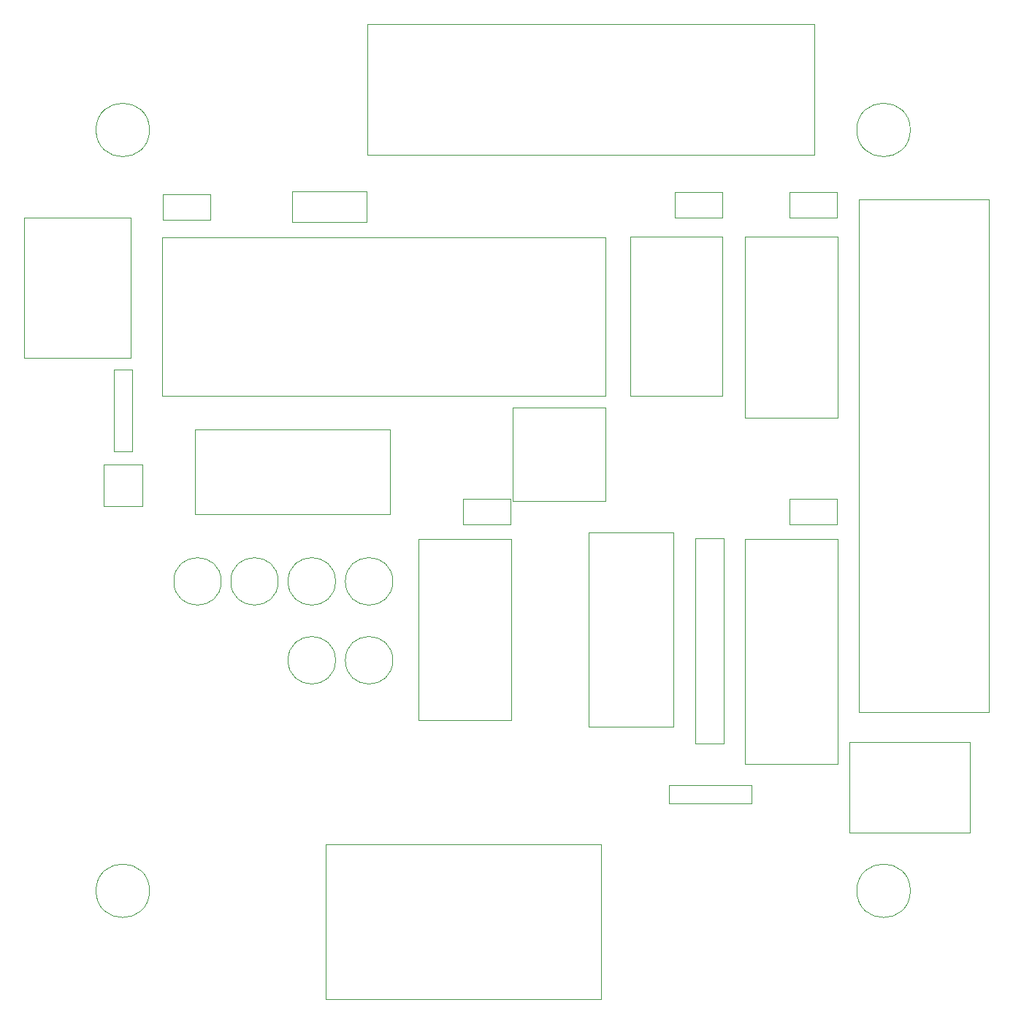
<source format=gbr>
%TF.GenerationSoftware,KiCad,Pcbnew,8.0.4*%
%TF.CreationDate,2024-09-09T16:13:34+02:00*%
%TF.ProjectId,serial_io_board,73657269-616c-45f6-996f-5f626f617264,1.8*%
%TF.SameCoordinates,Original*%
%TF.FileFunction,Other,User*%
%FSLAX46Y46*%
G04 Gerber Fmt 4.6, Leading zero omitted, Abs format (unit mm)*
G04 Created by KiCad (PCBNEW 8.0.4) date 2024-09-09 16:13:34*
%MOMM*%
%LPD*%
G01*
G04 APERTURE LIST*
%ADD10C,0.050000*%
G04 APERTURE END LIST*
D10*
%TO.C,U1*%
X87755000Y-41336000D02*
X87755000Y-59786000D01*
X87755000Y-59786000D02*
X98455000Y-59786000D01*
X98455000Y-41336000D02*
X87755000Y-41336000D01*
X98455000Y-59786000D02*
X98455000Y-41336000D01*
%TO.C,R4*%
X92268000Y-104868000D02*
X92268000Y-106968000D01*
X92268000Y-106968000D02*
X101788000Y-106968000D01*
X101788000Y-104868000D02*
X92268000Y-104868000D01*
X101788000Y-106968000D02*
X101788000Y-104868000D01*
%TO.C,H1*%
X32025000Y-28925000D02*
G75*
G02*
X25825000Y-28925000I-3100000J0D01*
G01*
X25825000Y-28925000D02*
G75*
G02*
X32025000Y-28925000I3100000J0D01*
G01*
%TO.C,CP5*%
X60226000Y-81260000D02*
G75*
G02*
X54726000Y-81260000I-2750000J0D01*
G01*
X54726000Y-81260000D02*
G75*
G02*
X60226000Y-81260000I2750000J0D01*
G01*
%TO.C,CP1*%
X40342000Y-81260000D02*
G75*
G02*
X34842000Y-81260000I-2750000J0D01*
G01*
X34842000Y-81260000D02*
G75*
G02*
X40342000Y-81260000I2750000J0D01*
G01*
%TO.C,X1*%
X74142000Y-61148000D02*
X74142000Y-71948000D01*
X74142000Y-71948000D02*
X84842000Y-71948000D01*
X84842000Y-61148000D02*
X74142000Y-61148000D01*
X84842000Y-71948000D02*
X84842000Y-61148000D01*
%TO.C,C5*%
X73890000Y-74652000D02*
X73890000Y-71652000D01*
X73890000Y-71652000D02*
X68390000Y-71652000D01*
X68390000Y-74652000D02*
X73890000Y-74652000D01*
X68390000Y-71652000D02*
X68390000Y-74652000D01*
%TO.C,RN1*%
X98575000Y-76278000D02*
X95275000Y-76278000D01*
X95275000Y-76278000D02*
X95275000Y-100028000D01*
X98575000Y-100028000D02*
X98575000Y-76278000D01*
X95275000Y-100028000D02*
X98575000Y-100028000D01*
%TO.C,J4*%
X57172000Y-36046000D02*
X48522000Y-36046000D01*
X48522000Y-36046000D02*
X48522000Y-39646000D01*
X57172000Y-39646000D02*
X57172000Y-36046000D01*
X48522000Y-39646000D02*
X57172000Y-39646000D01*
%TO.C,J7*%
X52465000Y-111766000D02*
X52465000Y-129716000D01*
X52465000Y-129716000D02*
X84365000Y-129716000D01*
X84365000Y-111766000D02*
X52465000Y-111766000D01*
X84365000Y-129716000D02*
X84365000Y-111766000D01*
%TO.C,R1*%
X30006000Y-56708000D02*
X27906000Y-56708000D01*
X27906000Y-56708000D02*
X27906000Y-66228000D01*
X30006000Y-66228000D02*
X30006000Y-56708000D01*
X27906000Y-66228000D02*
X30006000Y-66228000D01*
%TO.C,H2*%
X120225000Y-28925000D02*
G75*
G02*
X114025000Y-28925000I-3100000J0D01*
G01*
X114025000Y-28925000D02*
G75*
G02*
X120225000Y-28925000I3100000J0D01*
G01*
%TO.C,CP6*%
X60226000Y-90404000D02*
G75*
G02*
X54726000Y-90404000I-2750000J0D01*
G01*
X54726000Y-90404000D02*
G75*
G02*
X60226000Y-90404000I2750000J0D01*
G01*
%TO.C,J6*%
X17517000Y-39094000D02*
X17517000Y-55344000D01*
X17517000Y-55344000D02*
X29817000Y-55344000D01*
X29817000Y-39094000D02*
X17517000Y-39094000D01*
X29817000Y-55344000D02*
X29817000Y-39094000D01*
%TO.C,CP7*%
X53586000Y-90404000D02*
G75*
G02*
X48086000Y-90404000I-2750000J0D01*
G01*
X48086000Y-90404000D02*
G75*
G02*
X53586000Y-90404000I2750000J0D01*
G01*
%TO.C,J1*%
X114220000Y-36945000D02*
X114220000Y-96405000D01*
X114220000Y-96405000D02*
X129350000Y-96405000D01*
X129350000Y-36945000D02*
X114220000Y-36945000D01*
X129350000Y-96405000D02*
X129350000Y-36945000D01*
%TO.C,U5*%
X63220000Y-76378000D02*
X63220000Y-97378000D01*
X63220000Y-97378000D02*
X73920000Y-97378000D01*
X73920000Y-76378000D02*
X63220000Y-76378000D01*
X73920000Y-97378000D02*
X73920000Y-76378000D01*
%TO.C,D1*%
X26706000Y-72524000D02*
X31206000Y-72524000D01*
X31206000Y-72524000D02*
X31206000Y-67674000D01*
X26706000Y-67674000D02*
X26706000Y-72524000D01*
X31206000Y-67674000D02*
X26706000Y-67674000D01*
%TO.C,U3*%
X101066000Y-76378000D02*
X101066000Y-102428000D01*
X101066000Y-102428000D02*
X111766000Y-102428000D01*
X111766000Y-76378000D02*
X101066000Y-76378000D01*
X111766000Y-102428000D02*
X111766000Y-76378000D01*
%TO.C,C1*%
X98425000Y-39092000D02*
X98425000Y-36092000D01*
X98425000Y-36092000D02*
X92925000Y-36092000D01*
X92925000Y-39092000D02*
X98425000Y-39092000D01*
X92925000Y-36092000D02*
X92925000Y-39092000D01*
%TO.C,U2*%
X101066000Y-41336000D02*
X101066000Y-62336000D01*
X101066000Y-62336000D02*
X111766000Y-62336000D01*
X111766000Y-41336000D02*
X101066000Y-41336000D01*
X111766000Y-62336000D02*
X111766000Y-41336000D01*
%TO.C,SW1*%
X92764000Y-98128000D02*
X92764000Y-75578000D01*
X92764000Y-75578000D02*
X82964000Y-75578000D01*
X82964000Y-98128000D02*
X92764000Y-98128000D01*
X82964000Y-75578000D02*
X82964000Y-98128000D01*
%TO.C,CP2*%
X46946000Y-81260000D02*
G75*
G02*
X41446000Y-81260000I-2750000J0D01*
G01*
X41446000Y-81260000D02*
G75*
G02*
X46946000Y-81260000I2750000J0D01*
G01*
%TO.C,C2*%
X111736000Y-39092000D02*
X111736000Y-36092000D01*
X111736000Y-36092000D02*
X106236000Y-36092000D01*
X106236000Y-39092000D02*
X111736000Y-39092000D01*
X106236000Y-36092000D02*
X106236000Y-39092000D01*
%TO.C,C3*%
X111736000Y-74652000D02*
X111736000Y-71652000D01*
X111736000Y-71652000D02*
X106236000Y-71652000D01*
X106236000Y-74652000D02*
X111736000Y-74652000D01*
X106236000Y-71652000D02*
X106236000Y-74652000D01*
%TO.C,CP8*%
X53586000Y-81260000D02*
G75*
G02*
X48086000Y-81260000I-2750000J0D01*
G01*
X48086000Y-81260000D02*
G75*
G02*
X53586000Y-81260000I2750000J0D01*
G01*
%TO.C,J3*%
X113120000Y-110406000D02*
X113120000Y-99906000D01*
X127120000Y-110406000D02*
X113120000Y-110406000D01*
X113120000Y-99906000D02*
X127120000Y-99906000D01*
X127120000Y-99906000D02*
X127120000Y-110406000D01*
%TO.C,H4*%
X32025000Y-117125000D02*
G75*
G02*
X25825000Y-117125000I-3100000J0D01*
G01*
X25825000Y-117125000D02*
G75*
G02*
X32025000Y-117125000I3100000J0D01*
G01*
%TO.C,J2*%
X57265000Y-31830000D02*
X109105000Y-31830000D01*
X109105000Y-31830000D02*
X109105000Y-16700000D01*
X57265000Y-16700000D02*
X57265000Y-31830000D01*
X109105000Y-16700000D02*
X57265000Y-16700000D01*
%TO.C,C4*%
X33552000Y-36346000D02*
X33552000Y-39346000D01*
X33552000Y-39346000D02*
X39052000Y-39346000D01*
X39052000Y-36346000D02*
X33552000Y-36346000D01*
X39052000Y-39346000D02*
X39052000Y-36346000D01*
%TO.C,SW2*%
X59876000Y-63670000D02*
X37326000Y-63670000D01*
X37326000Y-63670000D02*
X37326000Y-73470000D01*
X59876000Y-73470000D02*
X59876000Y-63670000D01*
X37326000Y-73470000D02*
X59876000Y-73470000D01*
%TO.C,H3*%
X120225000Y-117125000D02*
G75*
G02*
X114025000Y-117125000I-3100000J0D01*
G01*
X114025000Y-117125000D02*
G75*
G02*
X120225000Y-117125000I3100000J0D01*
G01*
%TO.C,U4*%
X33452000Y-59726000D02*
X84902000Y-59726000D01*
X84902000Y-59726000D02*
X84902000Y-41376000D01*
X33452000Y-41376000D02*
X33452000Y-59726000D01*
X84902000Y-41376000D02*
X33452000Y-41376000D01*
%TD*%
M02*

</source>
